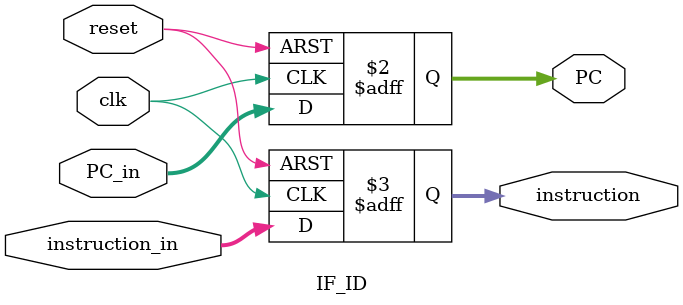
<source format=v>
module IF_ID(
    input clk, reset,
    input [31:0] PC_in, instruction_in,
    output reg [31:0] PC, instruction
);

    always @ (posedge clk or posedge reset) begin
        if (reset) begin
            PC          <= 0;
            instruction <= 0;
        end
        else begin
            PC          <= PC_in;
            instruction <= instruction_in;
        end
    end

endmodule
</source>
